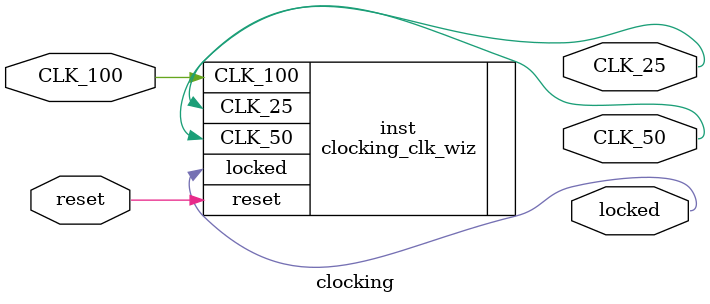
<source format=v>


`timescale 1ps/1ps

(* CORE_GENERATION_INFO = "clocking,clk_wiz_v5_4_2_0,{component_name=clocking,use_phase_alignment=true,use_min_o_jitter=false,use_max_i_jitter=false,use_dyn_phase_shift=false,use_inclk_switchover=false,use_dyn_reconfig=false,enable_axi=0,feedback_source=FDBK_AUTO,PRIMITIVE=MMCM,num_out_clk=2,clkin1_period=10.000,clkin2_period=10.000,use_power_down=false,use_reset=true,use_locked=true,use_inclk_stopped=false,feedback_type=SINGLE,CLOCK_MGR_TYPE=NA,manual_override=false}" *)

module clocking 
 (
  // Clock out ports
  output        CLK_50,
  output        CLK_25,
  // Status and control signals
  input         reset,
  output        locked,
 // Clock in ports
  input         CLK_100
 );

  clocking_clk_wiz inst
  (
  // Clock out ports  
  .CLK_50(CLK_50),
  .CLK_25(CLK_25),
  // Status and control signals               
  .reset(reset), 
  .locked(locked),
 // Clock in ports
  .CLK_100(CLK_100)
  );

endmodule

</source>
